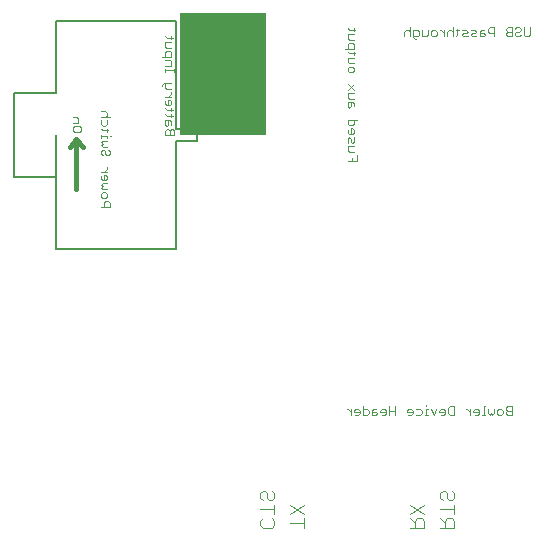
<source format=gbo>
G75*
G70*
%OFA0B0*%
%FSLAX24Y24*%
%IPPOS*%
%LPD*%
%AMOC8*
5,1,8,0,0,1.08239X$1,22.5*
%
%ADD10R,0.2910X0.4080*%
%ADD11C,0.0030*%
%ADD12C,0.0160*%
%ADD13C,0.0040*%
%ADD14C,0.0050*%
D10*
X008485Y017205D03*
D11*
X006865Y017293D02*
X006865Y017390D01*
X006865Y017342D02*
X006575Y017342D01*
X006575Y017390D02*
X006575Y017293D01*
X006575Y017490D02*
X006768Y017490D01*
X006768Y017635D01*
X006720Y017683D01*
X006575Y017683D01*
X006575Y017784D02*
X006575Y017929D01*
X006623Y017978D01*
X006720Y017978D01*
X006768Y017929D01*
X006768Y017784D01*
X006478Y017784D01*
X006623Y018079D02*
X006575Y018127D01*
X006575Y018272D01*
X006768Y018272D01*
X006768Y018374D02*
X006768Y018470D01*
X006817Y018422D02*
X006623Y018422D01*
X006575Y018470D01*
X006623Y018079D02*
X006768Y018079D01*
X006768Y016897D02*
X006527Y016897D01*
X006478Y016849D01*
X006478Y016801D01*
X006575Y016752D02*
X006575Y016897D01*
X006575Y016752D02*
X006623Y016704D01*
X006768Y016704D01*
X006768Y016603D02*
X006768Y016555D01*
X006672Y016458D01*
X006768Y016458D02*
X006575Y016458D01*
X006672Y016357D02*
X006672Y016164D01*
X006720Y016164D02*
X006768Y016212D01*
X006768Y016309D01*
X006720Y016357D01*
X006672Y016357D01*
X006575Y016309D02*
X006575Y016212D01*
X006623Y016164D01*
X006720Y016164D01*
X006768Y016064D02*
X006768Y015967D01*
X006817Y016016D02*
X006623Y016016D01*
X006575Y016064D01*
X006575Y015868D02*
X006623Y015819D01*
X006817Y015819D01*
X006768Y015771D02*
X006768Y015868D01*
X006720Y015670D02*
X006575Y015670D01*
X006575Y015525D01*
X006623Y015476D01*
X006672Y015525D01*
X006672Y015670D01*
X006720Y015670D02*
X006768Y015621D01*
X006768Y015525D01*
X006768Y015375D02*
X006720Y015327D01*
X006720Y015182D01*
X006720Y015327D02*
X006672Y015375D01*
X006623Y015375D01*
X006575Y015327D01*
X006575Y015182D01*
X006865Y015182D01*
X006865Y015327D01*
X006817Y015375D01*
X006768Y015375D01*
X004774Y015136D02*
X004725Y015136D01*
X004628Y015136D02*
X004435Y015136D01*
X004435Y015088D02*
X004435Y015185D01*
X004483Y015333D02*
X004435Y015381D01*
X004483Y015333D02*
X004677Y015333D01*
X004628Y015285D02*
X004628Y015381D01*
X004580Y015481D02*
X004483Y015481D01*
X004435Y015529D01*
X004435Y015674D01*
X004435Y015776D02*
X004725Y015776D01*
X004628Y015824D02*
X004628Y015921D01*
X004580Y015969D01*
X004435Y015969D01*
X004580Y015776D02*
X004628Y015824D01*
X004628Y015674D02*
X004628Y015529D01*
X004580Y015481D01*
X004628Y015136D02*
X004628Y015088D01*
X004628Y014987D02*
X004483Y014987D01*
X004435Y014939D01*
X004483Y014890D01*
X004435Y014842D01*
X004483Y014793D01*
X004628Y014793D01*
X004677Y014692D02*
X004725Y014644D01*
X004725Y014547D01*
X004677Y014499D01*
X004628Y014499D01*
X004580Y014547D01*
X004580Y014644D01*
X004532Y014692D01*
X004483Y014692D01*
X004435Y014644D01*
X004435Y014547D01*
X004483Y014499D01*
X004628Y014104D02*
X004628Y014055D01*
X004532Y013959D01*
X004628Y013959D02*
X004435Y013959D01*
X004532Y013857D02*
X004532Y013664D01*
X004580Y013664D02*
X004628Y013712D01*
X004628Y013809D01*
X004580Y013857D01*
X004532Y013857D01*
X004435Y013809D02*
X004435Y013712D01*
X004483Y013664D01*
X004580Y013664D01*
X004628Y013563D02*
X004483Y013563D01*
X004435Y013514D01*
X004483Y013466D01*
X004435Y013418D01*
X004483Y013369D01*
X004628Y013369D01*
X004580Y013268D02*
X004628Y013220D01*
X004628Y013123D01*
X004580Y013075D01*
X004483Y013075D01*
X004435Y013123D01*
X004435Y013220D01*
X004483Y013268D01*
X004580Y013268D01*
X004580Y012973D02*
X004532Y012925D01*
X004532Y012780D01*
X004435Y012780D02*
X004725Y012780D01*
X004725Y012925D01*
X004677Y012973D01*
X004580Y012973D01*
X003727Y015281D02*
X003533Y015281D01*
X003485Y015329D01*
X003485Y015426D01*
X003533Y015474D01*
X003727Y015474D01*
X003775Y015426D01*
X003775Y015329D01*
X003727Y015281D01*
X003678Y015575D02*
X003678Y015720D01*
X003630Y015769D01*
X003485Y015769D01*
X003485Y015575D02*
X003678Y015575D01*
X012665Y015549D02*
X012713Y015501D01*
X012810Y015501D01*
X012858Y015549D01*
X012858Y015694D01*
X012955Y015694D02*
X012665Y015694D01*
X012665Y015549D01*
X012762Y015399D02*
X012762Y015206D01*
X012810Y015206D02*
X012858Y015254D01*
X012858Y015351D01*
X012810Y015399D01*
X012762Y015399D01*
X012665Y015351D02*
X012665Y015254D01*
X012713Y015206D01*
X012810Y015206D01*
X012858Y015105D02*
X012858Y014960D01*
X012810Y014911D01*
X012762Y014960D01*
X012762Y015056D01*
X012713Y015105D01*
X012665Y015056D01*
X012665Y014911D01*
X012665Y014810D02*
X012858Y014810D01*
X012665Y014810D02*
X012665Y014665D01*
X012713Y014617D01*
X012858Y014617D01*
X012955Y014516D02*
X012955Y014322D01*
X012665Y014322D01*
X012810Y014322D02*
X012810Y014419D01*
X012713Y016090D02*
X012665Y016138D01*
X012665Y016283D01*
X012810Y016283D01*
X012858Y016235D01*
X012858Y016138D01*
X012762Y016138D02*
X012762Y016283D01*
X012713Y016385D02*
X012665Y016433D01*
X012665Y016578D01*
X012858Y016578D01*
X012858Y016679D02*
X012665Y016873D01*
X012858Y016873D02*
X012665Y016679D01*
X012713Y016385D02*
X012858Y016385D01*
X012762Y016138D02*
X012713Y016090D01*
X012713Y017269D02*
X012665Y017317D01*
X012665Y017414D01*
X012713Y017462D01*
X012810Y017462D01*
X012858Y017414D01*
X012858Y017317D01*
X012810Y017269D01*
X012713Y017269D01*
X012713Y017563D02*
X012665Y017612D01*
X012665Y017757D01*
X012858Y017757D01*
X012858Y017858D02*
X012858Y017955D01*
X012907Y017906D02*
X012713Y017906D01*
X012665Y017955D01*
X012665Y018054D02*
X012665Y018199D01*
X012713Y018248D01*
X012810Y018248D01*
X012858Y018199D01*
X012858Y018054D01*
X012568Y018054D01*
X012713Y018349D02*
X012665Y018397D01*
X012665Y018542D01*
X012858Y018542D01*
X012858Y018644D02*
X012858Y018740D01*
X012907Y018692D02*
X012713Y018692D01*
X012665Y018740D01*
X012713Y018349D02*
X012858Y018349D01*
X012858Y017563D02*
X012713Y017563D01*
X014544Y018480D02*
X014544Y018625D01*
X014592Y018673D01*
X014689Y018673D01*
X014737Y018625D01*
X014838Y018673D02*
X014838Y018432D01*
X014887Y018383D01*
X014935Y018383D01*
X014983Y018480D02*
X014838Y018480D01*
X014737Y018480D02*
X014737Y018770D01*
X014838Y018673D02*
X014983Y018673D01*
X015032Y018625D01*
X015032Y018528D01*
X014983Y018480D01*
X015133Y018480D02*
X015133Y018673D01*
X015133Y018480D02*
X015278Y018480D01*
X015327Y018528D01*
X015327Y018673D01*
X015428Y018625D02*
X015476Y018673D01*
X015573Y018673D01*
X015621Y018625D01*
X015621Y018528D01*
X015573Y018480D01*
X015476Y018480D01*
X015428Y018528D01*
X015428Y018625D01*
X015722Y018673D02*
X015770Y018673D01*
X015867Y018577D01*
X015867Y018673D02*
X015867Y018480D01*
X015968Y018480D02*
X015968Y018625D01*
X016016Y018673D01*
X016113Y018673D01*
X016161Y018625D01*
X016261Y018673D02*
X016358Y018673D01*
X016309Y018722D02*
X016309Y018528D01*
X016261Y018480D01*
X016161Y018480D02*
X016161Y018770D01*
X016459Y018673D02*
X016604Y018673D01*
X016652Y018625D01*
X016604Y018577D01*
X016507Y018577D01*
X016459Y018528D01*
X016507Y018480D01*
X016652Y018480D01*
X016754Y018528D02*
X016802Y018577D01*
X016899Y018577D01*
X016947Y018625D01*
X016899Y018673D01*
X016754Y018673D01*
X016754Y018528D02*
X016802Y018480D01*
X016947Y018480D01*
X017048Y018480D02*
X017193Y018480D01*
X017242Y018528D01*
X017193Y018577D01*
X017048Y018577D01*
X017048Y018625D02*
X017048Y018480D01*
X017048Y018625D02*
X017097Y018673D01*
X017193Y018673D01*
X017343Y018625D02*
X017391Y018577D01*
X017536Y018577D01*
X017536Y018480D02*
X017536Y018770D01*
X017391Y018770D01*
X017343Y018722D01*
X017343Y018625D01*
X017932Y018577D02*
X017932Y018528D01*
X017981Y018480D01*
X018126Y018480D01*
X018126Y018770D01*
X017981Y018770D01*
X017932Y018722D01*
X017932Y018673D01*
X017981Y018625D01*
X018126Y018625D01*
X018227Y018577D02*
X018227Y018528D01*
X018275Y018480D01*
X018372Y018480D01*
X018420Y018528D01*
X018522Y018528D02*
X018522Y018770D01*
X018420Y018722D02*
X018420Y018673D01*
X018372Y018625D01*
X018275Y018625D01*
X018227Y018577D01*
X018227Y018722D02*
X018275Y018770D01*
X018372Y018770D01*
X018420Y018722D01*
X018522Y018528D02*
X018570Y018480D01*
X018667Y018480D01*
X018715Y018528D01*
X018715Y018770D01*
X017981Y018625D02*
X017932Y018577D01*
X017970Y006140D02*
X017922Y006092D01*
X017922Y006043D01*
X017970Y005995D01*
X018115Y005995D01*
X018115Y005850D02*
X017970Y005850D01*
X017922Y005898D01*
X017922Y005947D01*
X017970Y005995D01*
X017970Y006140D02*
X018115Y006140D01*
X018115Y005850D01*
X017820Y005898D02*
X017772Y005850D01*
X017675Y005850D01*
X017627Y005898D01*
X017627Y005995D01*
X017675Y006043D01*
X017772Y006043D01*
X017820Y005995D01*
X017820Y005898D01*
X017526Y005898D02*
X017526Y006043D01*
X017526Y005898D02*
X017477Y005850D01*
X017429Y005898D01*
X017381Y005850D01*
X017332Y005898D01*
X017332Y006043D01*
X017231Y006140D02*
X017183Y006140D01*
X017183Y005850D01*
X017231Y005850D02*
X017134Y005850D01*
X017035Y005898D02*
X017035Y005995D01*
X016986Y006043D01*
X016889Y006043D01*
X016841Y005995D01*
X016841Y005947D01*
X017035Y005947D01*
X017035Y005898D02*
X016986Y005850D01*
X016889Y005850D01*
X016740Y005850D02*
X016740Y006043D01*
X016740Y005947D02*
X016643Y006043D01*
X016595Y006043D01*
X016200Y006140D02*
X016200Y005850D01*
X016055Y005850D01*
X016006Y005898D01*
X016006Y006092D01*
X016055Y006140D01*
X016200Y006140D01*
X015905Y005995D02*
X015857Y006043D01*
X015760Y006043D01*
X015712Y005995D01*
X015712Y005947D01*
X015905Y005947D01*
X015905Y005995D02*
X015905Y005898D01*
X015857Y005850D01*
X015760Y005850D01*
X015610Y006043D02*
X015514Y005850D01*
X015417Y006043D01*
X015316Y006043D02*
X015267Y006043D01*
X015267Y005850D01*
X015219Y005850D02*
X015316Y005850D01*
X015119Y005898D02*
X015071Y005850D01*
X014926Y005850D01*
X014825Y005898D02*
X014825Y005995D01*
X014776Y006043D01*
X014680Y006043D01*
X014631Y005995D01*
X014631Y005947D01*
X014825Y005947D01*
X014825Y005898D02*
X014776Y005850D01*
X014680Y005850D01*
X014926Y006043D02*
X015071Y006043D01*
X015119Y005995D01*
X015119Y005898D01*
X015267Y006140D02*
X015267Y006189D01*
X014235Y006140D02*
X014235Y005850D01*
X014235Y005995D02*
X014042Y005995D01*
X013941Y005995D02*
X013892Y006043D01*
X013796Y006043D01*
X013747Y005995D01*
X013747Y005947D01*
X013941Y005947D01*
X013941Y005995D02*
X013941Y005898D01*
X013892Y005850D01*
X013796Y005850D01*
X013646Y005898D02*
X013598Y005947D01*
X013453Y005947D01*
X013453Y005995D02*
X013453Y005850D01*
X013598Y005850D01*
X013646Y005898D01*
X013598Y006043D02*
X013501Y006043D01*
X013453Y005995D01*
X013351Y005995D02*
X013303Y006043D01*
X013158Y006043D01*
X013158Y006140D02*
X013158Y005850D01*
X013303Y005850D01*
X013351Y005898D01*
X013351Y005995D01*
X013057Y005995D02*
X013008Y006043D01*
X012912Y006043D01*
X012863Y005995D01*
X012863Y005947D01*
X013057Y005947D01*
X013057Y005995D02*
X013057Y005898D01*
X013008Y005850D01*
X012912Y005850D01*
X012762Y005850D02*
X012762Y006043D01*
X012762Y005947D02*
X012665Y006043D01*
X012617Y006043D01*
X014042Y006140D02*
X014042Y005850D01*
D12*
X003610Y013365D02*
X003610Y015045D01*
X003820Y014775D01*
X003610Y015045D02*
X003400Y014775D01*
D13*
X009740Y002325D02*
X009740Y002172D01*
X009817Y002095D01*
X010124Y002095D01*
X010200Y002172D01*
X010200Y002325D01*
X010124Y002402D01*
X010200Y002555D02*
X010200Y002862D01*
X010200Y002709D02*
X009740Y002709D01*
X009817Y003016D02*
X009740Y003093D01*
X009740Y003246D01*
X009817Y003323D01*
X009893Y003323D01*
X009970Y003246D01*
X009970Y003093D01*
X010047Y003016D01*
X010124Y003016D01*
X010200Y003093D01*
X010200Y003246D01*
X010124Y003323D01*
X010740Y002862D02*
X011200Y002555D01*
X011200Y002402D02*
X011200Y002095D01*
X011200Y002248D02*
X010740Y002248D01*
X010740Y002555D02*
X011200Y002862D01*
X009817Y002402D02*
X009740Y002325D01*
X014740Y002402D02*
X014893Y002248D01*
X014893Y002325D02*
X014893Y002095D01*
X014740Y002095D02*
X015200Y002095D01*
X015200Y002325D01*
X015124Y002402D01*
X014970Y002402D01*
X014893Y002325D01*
X014740Y002555D02*
X015200Y002862D01*
X015200Y002555D02*
X014740Y002862D01*
X015740Y002709D02*
X016200Y002709D01*
X016200Y002862D02*
X016200Y002555D01*
X016124Y002402D02*
X015970Y002402D01*
X015893Y002325D01*
X015893Y002095D01*
X015740Y002095D02*
X016200Y002095D01*
X016200Y002325D01*
X016124Y002402D01*
X015893Y002248D02*
X015740Y002402D01*
X015817Y003016D02*
X015740Y003093D01*
X015740Y003246D01*
X015817Y003323D01*
X015893Y003323D01*
X015970Y003246D01*
X015970Y003093D01*
X016047Y003016D01*
X016124Y003016D01*
X016200Y003093D01*
X016200Y003246D01*
X016124Y003323D01*
D14*
X006920Y011365D02*
X002920Y011365D01*
X002920Y013765D01*
X001520Y013765D01*
X001520Y016565D01*
X002920Y016565D01*
X002920Y018965D01*
X006920Y018965D01*
X006920Y015365D01*
X007620Y015365D01*
X007620Y014965D01*
X006920Y014965D01*
X006920Y011365D01*
X002920Y013765D02*
X002920Y015165D01*
M02*

</source>
